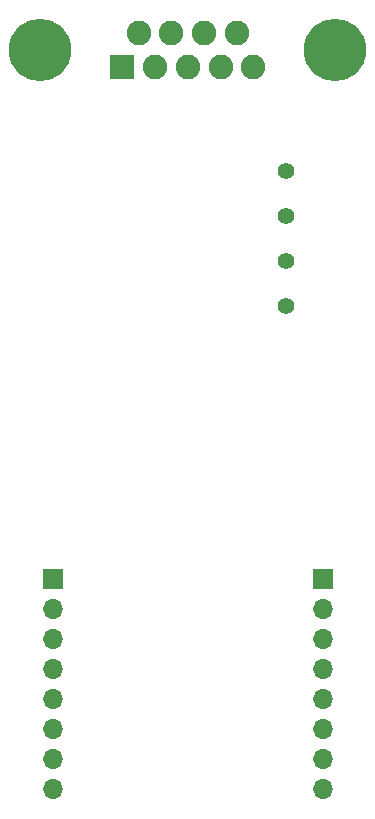
<source format=gbr>
%TF.GenerationSoftware,KiCad,Pcbnew,8.0.0*%
%TF.CreationDate,2025-04-28T20:27:13+05:30*%
%TF.ProjectId,ATA6503_mikrobus,41544136-3530-4335-9f6d-696b726f6275,rev?*%
%TF.SameCoordinates,Original*%
%TF.FileFunction,Soldermask,Bot*%
%TF.FilePolarity,Negative*%
%FSLAX46Y46*%
G04 Gerber Fmt 4.6, Leading zero omitted, Abs format (unit mm)*
G04 Created by KiCad (PCBNEW 8.0.0) date 2025-04-28 20:27:13*
%MOMM*%
%LPD*%
G01*
G04 APERTURE LIST*
G04 Aperture macros list*
%AMRoundRect*
0 Rectangle with rounded corners*
0 $1 Rounding radius*
0 $2 $3 $4 $5 $6 $7 $8 $9 X,Y pos of 4 corners*
0 Add a 4 corners polygon primitive as box body*
4,1,4,$2,$3,$4,$5,$6,$7,$8,$9,$2,$3,0*
0 Add four circle primitives for the rounded corners*
1,1,$1+$1,$2,$3*
1,1,$1+$1,$4,$5*
1,1,$1+$1,$6,$7*
1,1,$1+$1,$8,$9*
0 Add four rect primitives between the rounded corners*
20,1,$1+$1,$2,$3,$4,$5,0*
20,1,$1+$1,$4,$5,$6,$7,0*
20,1,$1+$1,$6,$7,$8,$9,0*
20,1,$1+$1,$8,$9,$2,$3,0*%
G04 Aperture macros list end*
%ADD10C,1.397000*%
%ADD11RoundRect,0.102000X-0.939800X-0.939800X0.939800X-0.939800X0.939800X0.939800X-0.939800X0.939800X0*%
%ADD12C,2.083600*%
%ADD13C,5.284000*%
%ADD14R,1.700000X1.700000*%
%ADD15O,1.700000X1.700000*%
G04 APERTURE END LIST*
D10*
%TO.C,J4*%
X132742000Y-65709800D03*
X132742000Y-69519800D03*
X132742000Y-73329800D03*
X132742000Y-77139800D03*
%TD*%
D11*
%TO.C,J3*%
X118920000Y-56945500D03*
D12*
X121690000Y-56945500D03*
X124460000Y-56945500D03*
X127230000Y-56945500D03*
X130000000Y-56945500D03*
X120310000Y-54105500D03*
X123080000Y-54105500D03*
X125840000Y-54105500D03*
X128610000Y-54105500D03*
D13*
X111960000Y-55525500D03*
X136960000Y-55525500D03*
%TD*%
D14*
%TO.C,J1*%
X113030000Y-100330000D03*
D15*
X113030000Y-102870000D03*
X113030000Y-105410000D03*
X113030000Y-107950000D03*
X113030000Y-110490000D03*
X113030000Y-113030000D03*
X113030000Y-115570000D03*
X113030000Y-118110000D03*
%TD*%
D14*
%TO.C,J2*%
X135890000Y-100330000D03*
D15*
X135890000Y-102870000D03*
X135890000Y-105410000D03*
X135890000Y-107950000D03*
X135890000Y-110490000D03*
X135890000Y-113030000D03*
X135890000Y-115570000D03*
X135890000Y-118110000D03*
%TD*%
M02*

</source>
